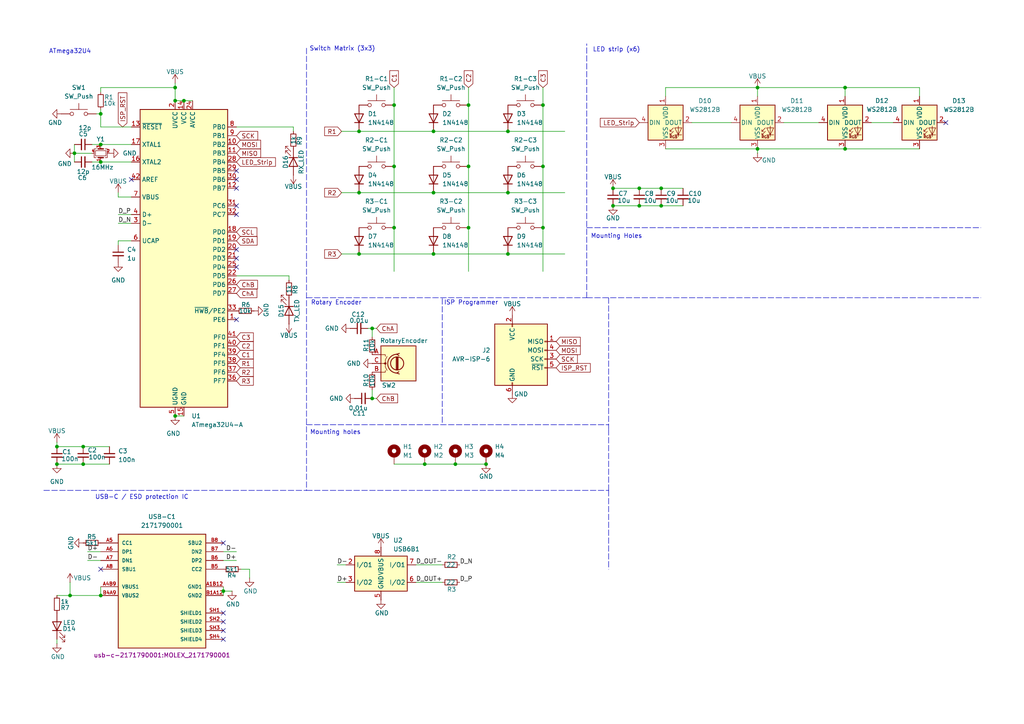
<source format=kicad_sch>
(kicad_sch (version 20231120) (generator "eeschema") (generator_version "8.0")
  (paper "A4")
  (lib_symbols
    (symbol "2171790001:2171790001" (pin_names (offset 1.016))
      (property "Reference" "J" (at -12.7 16.002 0))
      (property "Value" "2171790001" (at -12.7 -18.542 0))
      (symbol "2171790001_0_0"
        (pin power_in line (at 17.78 0 180) (length 5.08) (name "GND1") (number "A1B12"))
        (pin power_in line (at -17.78 0 0) (length 5.08) (name "VBUS1") (number "A4B9"))
        (pin bidirectional line (at -17.78 12.7 0) (length 5.08) (name "CC1") (number "A5"))
        (pin bidirectional line (at -17.78 10.16 0) (length 5.08) (name "DP1") (number "A6"))
        (pin bidirectional line (at -17.78 7.62 0) (length 5.08) (name "DN1") (number "A7"))
        (pin bidirectional line (at -17.78 5.08 0) (length 5.08) (name "SBU1") (number "A8"))
        (pin power_in line (at 17.78 -2.54 180) (length 5.08) (name "GND2") (number "B1A12"))
        (pin power_in line (at -17.78 -2.54 0) (length 5.08) (name "VBUS2") (number "B4A9"))
        (pin bidirectional line (at 17.78 5.08 180) (length 5.08) (name "CC2") (number "B5"))
        (pin bidirectional line (at 17.78 7.62 180) (length 5.08) (name "DP2") (number "B6"))
        (pin bidirectional line (at 17.78 10.16 180) (length 5.08) (name "DN2") (number "B7"))
        (pin bidirectional line (at 17.78 12.7 180) (length 5.08) (name "SBU2") (number "B8"))
        (pin passive line (at 17.78 -7.62 180) (length 5.08) (name "SHIELD1") (number "SH1"))
        (pin passive line (at 17.78 -10.16 180) (length 5.08) (name "SHIELD2") (number "SH2"))
        (pin passive line (at 17.78 -12.7 180) (length 5.08) (name "SHIELD3") (number "SH3"))
        (pin passive line (at 17.78 -15.24 180) (length 5.08) (name "SHIELD4") (number "SH4"))
      )
    )
    (symbol "Connector:AVR-ISP-6" (pin_names (offset 1.016))
      (property "Reference" "J" (at -6.35 11.43 0))
      (property "Value" "AVR-ISP-6" (at 0 11.43 0))
      (symbol "AVR-ISP-6_1_1"
        (pin passive line (at 10.16 5.08 180) (length 2.54) (name "MISO") (number "1"))
        (pin passive line (at -2.54 12.7 270) (length 2.54) (name "VCC") (number "2"))
        (pin passive line (at 10.16 0 180) (length 2.54) (name "SCK") (number "3"))
        (pin passive line (at 10.16 2.54 180) (length 2.54) (name "MOSI") (number "4"))
        (pin passive line (at 10.16 -2.54 180) (length 2.54) (name "~{RST}") (number "5"))
        (pin passive line (at -2.54 -10.16 90) (length 2.54) (name "GND") (number "6"))
      )
    )
    (symbol "Device:C_Small" (pin_numbers hide) (pin_names (offset 0.254) hide)
      (property "Reference" "C" (at 0.254 1.778 0))
      (property "Value" "C_Small" (at 0.254 -2.032 0))
      (symbol "C_Small_1_1"
        (pin passive line (at 0 2.54 270) (length 2.032) (name "~") (number "1"))
        (pin passive line (at 0 -2.54 90) (length 2.032) (name "~") (number "2"))
      )
    )
    (symbol "Device:Crystal_GND24_Small" (pin_names (offset 1.016) hide)
      (property "Reference" "Y" (at 1.27 4.445 0))
      (property "Value" "Crystal_GND24_Small" (at 1.27 2.54 0))
      (symbol "Crystal_GND24_Small_1_1"
        (pin passive line (at -2.54 0 0) (length 1.27) (name "1") (number "1"))
        (pin passive line (at 0 -2.54 90) (length 0.635) (name "2") (number "2"))
        (pin passive line (at 2.54 0 180) (length 1.27) (name "3") (number "3"))
        (pin passive line (at 0 2.54 270) (length 0.635) (name "4") (number "4"))
      )
    )
    (symbol "Device:D" (pin_numbers hide) (pin_names (offset 1.016) hide)
      (property "Reference" "D" (at 0 2.54 0))
      (property "Value" "D" (at 0 -2.54 0))
      (symbol "D_1_1"
        (pin passive line (at -3.81 0 0) (length 2.54) (name "K") (number "1"))
        (pin passive line (at 3.81 0 180) (length 2.54) (name "A") (number "2"))
      )
    )
    (symbol "Device:LED" (pin_numbers hide) (pin_names (offset 1.016) hide)
      (property "Reference" "D" (at 0 2.54 0))
      (property "Value" "LED" (at 0 -2.54 0))
      (symbol "LED_1_1"
        (pin passive line (at -3.81 0 0) (length 2.54) (name "K") (number "1"))
        (pin passive line (at 3.81 0 180) (length 2.54) (name "A") (number "2"))
      )
    )
    (symbol "Device:R_Small" (pin_numbers hide) (pin_names (offset 0.254) hide)
      (property "Reference" "R" (at 0.762 0.508 0))
      (property "Value" "R_Small" (at 0.762 -1.016 0))
      (symbol "R_Small_1_1"
        (pin passive line (at 0 2.54 270) (length 0.762) (name "~") (number "1"))
        (pin passive line (at 0 -2.54 90) (length 0.762) (name "~") (number "2"))
      )
    )
    (symbol "Device:RotaryEncoder" (pin_names (offset 0.254) hide)
      (property "Reference" "SW" (at 0 6.604 0))
      (property "Value" "RotaryEncoder" (at 0 -6.604 0))
      (symbol "RotaryEncoder_1_1"
        (pin passive line (at -7.62 2.54 0) (length 2.54) (name "A") (number "A"))
        (pin passive line (at -7.62 -2.54 0) (length 2.54) (name "B") (number "B"))
        (pin passive line (at -7.62 0 0) (length 2.54) (name "C") (number "C"))
      )
    )
    (symbol "LED:WS2812B" (pin_names (offset 0.254))
      (property "Reference" "D" (at 5.08 5.715 0))
      (property "Value" "WS2812B" (at 1.27 -5.715 0))
      (symbol "WS2812B_0_0"
        (text "RGB" (at 2.286 -4.191 0) (effects (font (size 0.762 0.762))))
      )
      (symbol "WS2812B_1_1"
        (pin power_in line (at 0 7.62 270) (length 2.54) (name "VDD") (number "1"))
        (pin output line (at 7.62 0 180) (length 2.54) (name "DOUT") (number "2"))
        (pin power_in line (at 0 -7.62 90) (length 2.54) (name "VSS") (number "3"))
        (pin input line (at -7.62 0 0) (length 2.54) (name "DIN") (number "4"))
      )
    )
    (symbol "MCU_Microchip_ATmega:ATmega32U4-A"
      (property "Reference" "U" (at -12.7 44.45 0))
      (property "Value" "ATmega32U4-A" (at 2.54 -44.45 0))
      (symbol "ATmega32U4-A_1_1"
        (pin bidirectional line (at 15.24 -17.78 180) (length 2.54) (name "PE6") (number "1"))
        (pin bidirectional line (at 15.24 33.02 180) (length 2.54) (name "PB2") (number "10"))
        (pin bidirectional line (at 15.24 30.48 180) (length 2.54) (name "PB3") (number "11"))
        (pin bidirectional line (at 15.24 20.32 180) (length 2.54) (name "PB7") (number "12"))
        (pin input line (at -15.24 38.1 0) (length 2.54) (name "~{RESET}") (number "13"))
        (pin power_in line (at 0 45.72 270) (length 2.54) (name "VCC") (number "14"))
        (pin power_in line (at 0 -45.72 90) (length 2.54) (name "GND") (number "15"))
        (pin output line (at -15.24 27.94 0) (length 2.54) (name "XTAL2") (number "16"))
        (pin input line (at -15.24 33.02 0) (length 2.54) (name "XTAL1") (number "17"))
        (pin bidirectional line (at 15.24 7.62 180) (length 2.54) (name "PD0") (number "18"))
        (pin bidirectional line (at 15.24 5.08 180) (length 2.54) (name "PD1") (number "19"))
        (pin power_in line (at -2.54 45.72 270) (length 2.54) (name "UVCC") (number "2"))
        (pin bidirectional line (at 15.24 2.54 180) (length 2.54) (name "PD2") (number "20"))
        (pin bidirectional line (at 15.24 0 180) (length 2.54) (name "PD3") (number "21"))
        (pin bidirectional line (at 15.24 -5.08 180) (length 2.54) (name "PD5") (number "22"))
        (pin passive line (at 0 -45.72 90) (length 2.54) hide (name "GND") (number "23"))
        (pin power_in line (at 2.54 45.72 270) (length 2.54) (name "AVCC") (number "24"))
        (pin bidirectional line (at 15.24 -2.54 180) (length 2.54) (name "PD4") (number "25"))
        (pin bidirectional line (at 15.24 -7.62 180) (length 2.54) (name "PD6") (number "26"))
        (pin bidirectional line (at 15.24 -10.16 180) (length 2.54) (name "PD7") (number "27"))
        (pin bidirectional line (at 15.24 27.94 180) (length 2.54) (name "PB4") (number "28"))
        (pin bidirectional line (at 15.24 25.4 180) (length 2.54) (name "PB5") (number "29"))
        (pin bidirectional line (at -15.24 10.16 0) (length 2.54) (name "D-") (number "3"))
        (pin bidirectional line (at 15.24 22.86 180) (length 2.54) (name "PB6") (number "30"))
        (pin bidirectional line (at 15.24 15.24 180) (length 2.54) (name "PC6") (number "31"))
        (pin bidirectional line (at 15.24 12.7 180) (length 2.54) (name "PC7") (number "32"))
        (pin bidirectional line (at 15.24 -15.24 180) (length 2.54) (name "~{HWB}/PE2") (number "33"))
        (pin passive line (at 0 45.72 270) (length 2.54) hide (name "VCC") (number "34"))
        (pin passive line (at 0 -45.72 90) (length 2.54) hide (name "GND") (number "35"))
        (pin bidirectional line (at 15.24 -35.56 180) (length 2.54) (name "PF7") (number "36"))
        (pin bidirectional line (at 15.24 -33.02 180) (length 2.54) (name "PF6") (number "37"))
        (pin bidirectional line (at 15.24 -30.48 180) (length 2.54) (name "PF5") (number "38"))
        (pin bidirectional line (at 15.24 -27.94 180) (length 2.54) (name "PF4") (number "39"))
        (pin bidirectional line (at -15.24 12.7 0) (length 2.54) (name "D+") (number "4"))
        (pin bidirectional line (at 15.24 -25.4 180) (length 2.54) (name "PF1") (number "40"))
        (pin bidirectional line (at 15.24 -22.86 180) (length 2.54) (name "PF0") (number "41"))
        (pin passive line (at -15.24 22.86 0) (length 2.54) (name "AREF") (number "42"))
        (pin passive line (at 0 -45.72 90) (length 2.54) hide (name "GND") (number "43"))
        (pin passive line (at 2.54 45.72 270) (length 2.54) hide (name "AVCC") (number "44"))
        (pin passive line (at -2.54 -45.72 90) (length 2.54) (name "UGND") (number "5"))
        (pin passive line (at -15.24 5.08 0) (length 2.54) (name "UCAP") (number "6"))
        (pin input line (at -15.24 17.78 0) (length 2.54) (name "VBUS") (number "7"))
        (pin bidirectional line (at 15.24 38.1 180) (length 2.54) (name "PB0") (number "8"))
        (pin bidirectional line (at 15.24 35.56 180) (length 2.54) (name "PB1") (number "9"))
      )
    )
    (symbol "Mechanical:MountingHole_Pad" (pin_numbers hide) (pin_names (offset 1.016) hide) (exclude_from_sim yes) (in_bom no)
      (property "Reference" "H" (at 0 6.35 0))
      (property "Value" "MountingHole_Pad" (at 0 4.445 0))
      (symbol "MountingHole_Pad_1_1"
        (pin input line (at 0 -2.54 90) (length 2.54) (name "1") (number "1"))
      )
    )
    (symbol "Power_Protection:USB6B1"
      (property "Reference" "U" (at 6.35 6.35 0))
      (property "Value" "USB6B1" (at 5.08 -6.35 0))
      (symbol "USB6B1_1_1"
        (pin passive line (at 0 7.62 270) (length 2.54) hide (name "VBUS") (number "1"))
        (pin passive line (at -10.16 2.54 0) (length 2.54) (name "I/O1") (number "2"))
        (pin passive line (at -10.16 -2.54 0) (length 2.54) (name "I/O2") (number "3"))
        (pin passive line (at 0 -7.62 90) (length 2.54) hide (name "GND") (number "4"))
        (pin passive line (at 0 -7.62 90) (length 2.54) (name "GND") (number "5"))
        (pin passive line (at 10.16 -2.54 180) (length 2.54) (name "I/O2") (number "6"))
        (pin passive line (at 10.16 2.54 180) (length 2.54) (name "I/O1") (number "7"))
        (pin passive line (at 0 7.62 270) (length 2.54) (name "VBUS") (number "8"))
      )
    )
    (symbol "Switch:SW_Push" (pin_numbers hide) (pin_names (offset 1.016) hide)
      (property "Reference" "SW" (at 1.27 2.54 0))
      (property "Value" "SW_Push" (at 0 -1.524 0))
      (symbol "SW_Push_0_1"
        (pin passive line (at -5.08 0 0) (length 2.54) (name "1") (number "1"))
        (pin passive line (at 5.08 0 180) (length 2.54) (name "2") (number "2"))
      )
    )
    (symbol "power:GND" (power) (pin_numbers hide) (pin_names (offset 0) hide)
      (property "Value" "GND" (at 0 -3.81 0))
      (symbol "GND_1_1"
        (pin power_in line (at 0 0 270) (length 0) (name "~") (number "1"))
      )
    )
    (symbol "power:VBUS" (power) (pin_numbers hide) (pin_names (offset 0) hide)
      (property "Value" "VBUS" (at 0 3.556 0))
      (symbol "VBUS_1_1"
        (pin power_in line (at 0 0 90) (length 0) (name "~") (number "1"))
      )
    )
  )
  (junction (at 219.71 25.4))
  (junction (at 125.73 38.1))
  (junction (at 21.59 44.45))
  (junction (at 64.77 171.45))
  (junction (at 107.95 95.25))
  (junction (at 16.51 129.54))
  (junction (at 29.21 172.72))
  (junction (at 114.3 30.48))
  (junction (at 107.95 115.57))
  (junction (at 125.73 73.66))
  (junction (at 177.8 59.69))
  (junction (at 135.89 30.48))
  (junction (at 50.8 25.4))
  (junction (at 29.21 46.99))
  (junction (at 157.48 48.26))
  (junction (at 104.14 55.88))
  (junction (at 191.77 54.61))
  (junction (at 24.13 134.62))
  (junction (at 29.21 33.02))
  (junction (at 104.14 38.1))
  (junction (at 53.34 29.21))
  (junction (at 24.13 129.54))
  (junction (at 191.77 59.69))
  (junction (at 147.32 38.1))
  (junction (at 50.8 120.65))
  (junction (at 219.71 43.18))
  (junction (at 147.32 55.88))
  (junction (at 114.3 66.04))
  (junction (at 185.42 59.69))
  (junction (at 135.89 48.26))
  (junction (at 16.51 134.62))
  (junction (at 104.14 73.66))
  (junction (at 185.42 54.61))
  (junction (at 177.8 54.61))
  (junction (at 29.21 41.91))
  (junction (at 20.32 172.72))
  (junction (at 245.11 25.4))
  (junction (at 50.8 29.21))
  (junction (at 135.89 66.04))
  (junction (at 114.3 48.26))
  (junction (at 245.11 43.18))
  (junction (at 157.48 30.48))
  (junction (at 157.48 66.04))
  (junction (at 132.08 134.62))
  (junction (at 147.32 73.66))
  (junction (at 125.73 55.88))
  (junction (at 123.19 134.62))
  (junction (at 140.97 134.62))
  (no_connect (at 68.58 52.07))
  (no_connect (at 68.58 49.53))
  (no_connect (at 64.77 185.42))
  (no_connect (at 38.1 52.07))
  (no_connect (at 274.32 35.56))
  (no_connect (at 29.21 165.1))
  (no_connect (at 64.77 180.34))
  (no_connect (at 64.77 177.8))
  (no_connect (at 64.77 182.88))
  (no_connect (at 68.58 77.47))
  (no_connect (at 68.58 59.69))
  (no_connect (at 68.58 62.23))
  (no_connect (at 68.58 72.39))
  (no_connect (at 64.77 157.48))
  (no_connect (at 68.58 92.71))
  (no_connect (at 68.58 54.61))
  (no_connect (at 68.58 74.93))
  (wire (pts (xy 26.67 46.99) (xy 29.21 46.99)))
  (wire (pts (xy 34.29 62.23) (xy 38.1 62.23)))
  (wire (pts (xy 99.06 73.66) (xy 104.14 73.66)))
  (wire (pts (xy 157.48 66.04) (xy 157.48 78.74)))
  (wire (pts (xy 68.58 36.83) (xy 85.09 36.83)))
  (wire (pts (xy 147.32 38.1) (xy 163.83 38.1)))
  (wire (pts (xy 29.21 162.56) (xy 25.4 162.56)))
  (wire (pts (xy 114.3 48.26) (xy 114.3 66.04)))
  (polyline (pts (xy 170.18 86.36) (xy 284.48 86.36)) (stroke (width 0) (type dash)))
  (wire (pts (xy 245.11 25.4) (xy 266.7 25.4)))
  (wire (pts (xy 29.21 46.99) (xy 38.1 46.99)))
  (wire (pts (xy 125.73 55.88) (xy 147.32 55.88)))
  (wire (pts (xy 21.59 41.91) (xy 21.59 44.45)))
  (wire (pts (xy 38.1 69.85) (xy 34.29 69.85)))
  (wire (pts (xy 29.21 160.02) (xy 25.4 160.02)))
  (wire (pts (xy 135.89 48.26) (xy 135.89 66.04)))
  (wire (pts (xy 109.22 95.25) (xy 107.95 95.25)))
  (wire (pts (xy 29.21 33.02) (xy 29.21 36.83)))
  (wire (pts (xy 120.65 168.91) (xy 128.27 168.91)))
  (wire (pts (xy 104.14 73.66) (xy 125.73 73.66)))
  (wire (pts (xy 125.73 38.1) (xy 147.32 38.1)))
  (wire (pts (xy 157.48 25.4) (xy 157.48 30.48)))
  (wire (pts (xy 64.77 171.45) (xy 67.31 171.45)))
  (wire (pts (xy 191.77 54.61) (xy 198.12 54.61)))
  (wire (pts (xy 185.42 59.69) (xy 191.77 59.69)))
  (wire (pts (xy 50.8 29.21) (xy 53.34 29.21)))
  (wire (pts (xy 107.95 95.25) (xy 107.95 97.79)))
  (wire (pts (xy 29.21 25.4) (xy 29.21 26.67)))
  (wire (pts (xy 20.32 168.91) (xy 20.32 172.72)))
  (polyline (pts (xy 88.9 142.24) (xy 176.53 142.24)) (stroke (width 0) (type dash)))
  (wire (pts (xy 83.82 80.01) (xy 68.58 80.01)))
  (wire (pts (xy 125.73 73.66) (xy 147.32 73.66)))
  (wire (pts (xy 135.89 30.48) (xy 135.89 48.26)))
  (polyline (pts (xy 170.18 66.04) (xy 284.48 66.04)) (stroke (width 0) (type dash)))
  (wire (pts (xy 114.3 66.04) (xy 114.3 78.74)))
  (polyline (pts (xy 88.9 13.97) (xy 88.9 142.24)) (stroke (width 0) (type dash)))
  (wire (pts (xy 114.3 30.48) (xy 114.3 48.26)))
  (wire (pts (xy 114.3 134.62) (xy 123.19 134.62)))
  (wire (pts (xy 72.39 165.1) (xy 72.39 167.64)))
  (wire (pts (xy 64.77 162.56) (xy 68.58 162.56)))
  (wire (pts (xy 29.21 41.91) (xy 38.1 41.91)))
  (wire (pts (xy 21.59 44.45) (xy 21.59 46.99)))
  (wire (pts (xy 26.67 41.91) (xy 29.21 41.91)))
  (wire (pts (xy 50.8 25.4) (xy 29.21 25.4)))
  (polyline (pts (xy 176.53 123.19) (xy 176.53 124.46)) (stroke (width 0) (type dash)))
  (wire (pts (xy 21.59 44.45) (xy 26.67 44.45)))
  (wire (pts (xy 97.79 163.83) (xy 100.33 163.83)))
  (wire (pts (xy 69.85 165.1) (xy 72.39 165.1)))
  (wire (pts (xy 107.95 115.57) (xy 107.95 113.03)))
  (wire (pts (xy 120.65 163.83) (xy 128.27 163.83)))
  (polyline (pts (xy 128.27 122.555) (xy 128.27 86.36)) (stroke (width 0) (type dash)))
  (wire (pts (xy 34.29 69.85) (xy 34.29 71.12)))
  (polyline (pts (xy 88.9 123.19) (xy 176.53 123.19)) (stroke (width 0) (type dash)))
  (wire (pts (xy 24.13 129.54) (xy 16.51 129.54)))
  (wire (pts (xy 16.51 186.69) (xy 16.51 185.42)))
  (wire (pts (xy 135.89 25.4) (xy 135.89 30.48)))
  (wire (pts (xy 219.71 25.4) (xy 219.71 27.94)))
  (wire (pts (xy 29.21 170.18) (xy 29.21 172.72)))
  (wire (pts (xy 27.94 33.02) (xy 29.21 33.02)))
  (wire (pts (xy 157.48 48.26) (xy 157.48 66.04)))
  (wire (pts (xy 200.66 35.56) (xy 212.09 35.56)))
  (wire (pts (xy 64.77 171.45) (xy 64.77 172.72)))
  (wire (pts (xy 227.33 35.56) (xy 237.49 35.56)))
  (wire (pts (xy 53.34 29.21) (xy 55.88 29.21)))
  (wire (pts (xy 185.42 54.61) (xy 191.77 54.61)))
  (wire (pts (xy 245.11 25.4) (xy 245.11 27.94)))
  (wire (pts (xy 50.8 120.65) (xy 53.34 120.65)))
  (wire (pts (xy 29.21 172.72) (xy 20.32 172.72)))
  (wire (pts (xy 193.04 25.4) (xy 219.71 25.4)))
  (wire (pts (xy 99.06 38.1) (xy 104.14 38.1)))
  (polyline (pts (xy 176.53 142.24) (xy 176.53 124.46)) (stroke (width 0) (type dash)))
  (wire (pts (xy 193.04 25.4) (xy 193.04 27.94)))
  (polyline (pts (xy 12.7 142.24) (xy 88.9 142.24)) (stroke (width 0) (type dash)))
  (wire (pts (xy 50.8 25.4) (xy 50.8 29.21)))
  (wire (pts (xy 147.32 55.88) (xy 163.83 55.88)))
  (wire (pts (xy 219.71 43.18) (xy 219.71 44.45)))
  (wire (pts (xy 245.11 43.18) (xy 266.7 43.18)))
  (wire (pts (xy 193.04 43.18) (xy 219.71 43.18)))
  (wire (pts (xy 97.79 168.91) (xy 100.33 168.91)))
  (wire (pts (xy 16.51 134.62) (xy 24.13 134.62)))
  (wire (pts (xy 83.82 80.01) (xy 83.82 81.28)))
  (wire (pts (xy 64.77 160.02) (xy 68.58 160.02)))
  (wire (pts (xy 85.09 36.83) (xy 85.09 38.1)))
  (wire (pts (xy 20.32 172.72) (xy 16.51 172.72)))
  (wire (pts (xy 157.48 30.48) (xy 157.48 48.26)))
  (wire (pts (xy 31.75 129.54) (xy 24.13 129.54)))
  (wire (pts (xy 29.21 36.83) (xy 38.1 36.83)))
  (polyline (pts (xy 176.53 142.24) (xy 176.53 165.1)) (stroke (width 0) (type dash)))
  (polyline (pts (xy 176.53 86.36) (xy 176.53 123.19)) (stroke (width 0) (type dash)))
  (wire (pts (xy 107.95 95.25) (xy 106.68 95.25)))
  (wire (pts (xy 266.7 27.94) (xy 266.7 25.4)))
  (wire (pts (xy 177.8 54.61) (xy 185.42 54.61)))
  (wire (pts (xy 177.8 59.69) (xy 185.42 59.69)))
  (wire (pts (xy 191.77 59.69) (xy 198.12 59.69)))
  (wire (pts (xy 50.8 24.13) (xy 50.8 25.4)))
  (wire (pts (xy 99.06 55.88) (xy 104.14 55.88)))
  (wire (pts (xy 132.08 134.62) (xy 140.97 134.62)))
  (wire (pts (xy 34.29 64.77) (xy 38.1 64.77)))
  (wire (pts (xy 219.71 25.4) (xy 245.11 25.4)))
  (wire (pts (xy 34.29 55.88) (xy 34.29 57.15)))
  (wire (pts (xy 114.3 25.4) (xy 114.3 30.48)))
  (wire (pts (xy 109.22 115.57) (xy 107.95 115.57)))
  (wire (pts (xy 104.14 38.1) (xy 125.73 38.1)))
  (polyline (pts (xy 170.18 86.36) (xy 170.18 12.7)) (stroke (width 0) (type dash)))
  (wire (pts (xy 259.08 35.56) (xy 252.73 35.56)))
  (wire (pts (xy 24.13 134.62) (xy 31.75 134.62)))
  (wire (pts (xy 219.71 43.18) (xy 245.11 43.18)))
  (wire (pts (xy 38.1 57.15) (xy 34.29 57.15)))
  (polyline (pts (xy 88.9 86.36) (xy 170.18 86.36)) (stroke (width 0) (type dash)))
  (wire (pts (xy 16.51 128.27) (xy 16.51 129.54)))
  (wire (pts (xy 29.21 31.75) (xy 29.21 33.02)))
  (wire (pts (xy 123.19 134.62) (xy 132.08 134.62)))
  (wire (pts (xy 64.77 170.18) (xy 64.77 171.45)))
  (wire (pts (xy 147.32 73.66) (xy 163.83 73.66)))
  (wire (pts (xy 104.14 55.88) (xy 125.73 55.88)))
  (wire (pts (xy 135.89 66.04) (xy 135.89 78.74)))
  (text "ATmega32U4" (at 20.32 14.986 0) (effects (font (size 1.27 1.27))))
  (text "USB-C / ESD protection IC" (at 41.148 144.272 0) (effects (font (size 1.27 1.27))))
  (text "Mounting holes" (at 97.282 125.476 0) (effects (font (size 1.27 1.27))))
  (text "LED strip (x6)" (at 178.816 14.478 0) (effects (font (size 1.27 1.27))))
  (text "ISP Programmer" (at 136.652 87.884 0) (effects (font (size 1.27 1.27))))
  (text "Rotary Encoder" (at 97.536 87.884 0) (effects (font (size 1.27 1.27))))
  (text "Mounting Holes" (at 178.816 68.58 0) (effects (font (size 1.27 1.27))))
  (text "Switch Matrix (3x3)" (at 99.314 14.224 0) (effects (font (size 1.27 1.27))))
  (label "D_N" (at 133.35 163.83 0))
  (label "D-" (at 97.79 163.83 0))
  (label "D_OUT-" (at 120.65 163.83 0))
  (label "D+" (at 68.58 162.56 180))
  (label "D+" (at 97.79 168.91 0))
  (label "D_OUT+" (at 120.65 168.91 0))
  (label "D_P" (at 34.29 62.23 0))
  (label "D-" (at 25.4 162.56 0))
  (label "D+" (at 25.4 160.02 0))
  (label "D_N" (at 34.29 64.77 0))
  (label "D-" (at 68.58 160.02 180))
  (label "D_P" (at 133.35 168.91 0))
  (global_label "SDA" (shape input) (at 68.58 69.85 0) (property "Intersheetrefs" "${INTERSHEET_REFS}" (effects (hide yes))))
  (global_label "MOSI" (shape input) (at 161.29 101.6 0) (property "Intersheetrefs" "${INTERSHEET_REFS}" (effects (hide yes))))
  (global_label "R2" (shape input) (at 68.58 107.95 0) (property "Intersheetrefs" "${INTERSHEET_REFS}" (effects (hide yes))))
  (global_label "ChB" (shape input) (at 68.58 82.55 0) (property "Intersheetrefs" "${INTERSHEET_REFS}" (effects (hide yes))))
  (global_label "C2" (shape input) (at 68.58 100.33 0) (property "Intersheetrefs" "${INTERSHEET_REFS}" (effects (hide yes))))
  (global_label "R1" (shape input) (at 68.58 105.41 0) (property "Intersheetrefs" "${INTERSHEET_REFS}" (effects (hide yes))))
  (global_label "SCK" (shape input) (at 161.29 104.14 0) (property "Intersheetrefs" "${INTERSHEET_REFS}" (effects (hide yes))))
  (global_label "R3" (shape input) (at 68.58 110.49 0) (property "Intersheetrefs" "${INTERSHEET_REFS}" (effects (hide yes))))
  (global_label "ChA" (shape input) (at 68.58 85.09 0) (property "Intersheetrefs" "${INTERSHEET_REFS}" (effects (hide yes))))
  (global_label "ISP_RST" (shape input) (at 35.56 36.83 90) (property "Intersheetrefs" "${INTERSHEET_REFS}" (effects (hide yes))))
  (global_label "C1" (shape input) (at 68.58 102.87 0) (property "Intersheetrefs" "${INTERSHEET_REFS}" (effects (hide yes))))
  (global_label "ISP_RST" (shape input) (at 161.29 106.68 0) (property "Intersheetrefs" "${INTERSHEET_REFS}" (effects (hide yes))))
  (global_label "R3" (shape input) (at 99.06 73.66 180) (property "Intersheetrefs" "${INTERSHEET_REFS}" (effects (hide yes))))
  (global_label "MISO" (shape input) (at 68.58 44.45 0) (property "Intersheetrefs" "${INTERSHEET_REFS}" (effects (hide yes))))
  (global_label "ChA" (shape input) (at 109.22 95.25 0) (property "Intersheetrefs" "${INTERSHEET_REFS}" (effects (hide yes))))
  (global_label "LED_Strip" (shape input) (at 68.58 46.99 0) (property "Intersheetrefs" "${INTERSHEET_REFS}" (effects (hide yes))))
  (global_label "C3" (shape input) (at 157.48 25.4 90) (property "Intersheetrefs" "${INTERSHEET_REFS}" (effects (hide yes))))
  (global_label "MISO" (shape input) (at 161.29 99.06 0) (property "Intersheetrefs" "${INTERSHEET_REFS}" (effects (hide yes))))
  (global_label "MOSI" (shape input) (at 68.58 41.91 0) (property "Intersheetrefs" "${INTERSHEET_REFS}" (effects (hide yes))))
  (global_label "ChB" (shape input) (at 109.22 115.57 0) (property "Intersheetrefs" "${INTERSHEET_REFS}" (effects (hide yes))))
  (global_label "R2" (shape input) (at 99.06 55.88 180) (property "Intersheetrefs" "${INTERSHEET_REFS}" (effects (hide yes))))
  (global_label "LED_Strip" (shape input) (at 185.42 35.56 180) (property "Intersheetrefs" "${INTERSHEET_REFS}" (effects (hide yes))))
  (global_label "C3" (shape input) (at 68.58 97.79 0) (property "Intersheetrefs" "${INTERSHEET_REFS}" (effects (hide yes))))
  (global_label "C2" (shape input) (at 135.89 25.4 90) (property "Intersheetrefs" "${INTERSHEET_REFS}" (effects (hide yes))))
  (global_label "R1" (shape input) (at 99.06 38.1 180) (property "Intersheetrefs" "${INTERSHEET_REFS}" (effects (hide yes))))
  (global_label "SCK" (shape input) (at 68.58 39.37 0) (property "Intersheetrefs" "${INTERSHEET_REFS}" (effects (hide yes))))
  (global_label "SCL" (shape input) (at 68.58 67.31 0) (property "Intersheetrefs" "${INTERSHEET_REFS}" (effects (hide yes))))
  (global_label "C1" (shape input) (at 114.3 25.4 90) (property "Intersheetrefs" "${INTERSHEET_REFS}" (effects (hide yes))))
  (symbol (lib_id "Device:C_Small") (at 34.29 73.66 0) (unit 1)
    (property "Reference" "C4" (at 36.83 72.3962 0) (effects (justify left)))
    (property "Value" "1u" (at 36.83 74.9362 0) (effects (justify left)))
    (property "Footprint" "Capacitor_SMD:C_0603_1608Metric" (effects (hide yes)))
    (property "Description" "Unpolarized capacitor, small symbol" (effects (hide yes)))
  )
  (symbol (lib_id "LED:WS2812B") (at 266.7 35.56 0) (unit 1)
    (property "Reference" "D13" (at 278.13 29.2414 0))
    (property "Value" "WS2812B" (at 278.13 31.7814 0))
    (property "Footprint" "LED_SMD:LED_WS2812B_PLCC4_5.0x5.0mm_P3.2mm" (effects (hide yes)))
    (property "Datasheet" "https://cdn-shop.adafruit.com/datasheets/WS2812B.pdf" (effects (hide yes)))
    (property "Description" "RGB LED with integrated controller" (effects (hide yes)))
  )
  (symbol (lib_id "Device:D") (at 147.32 34.29 90) (unit 1)
    (property "Reference" "D3" (at 149.86 33.0199 90) (effects (justify right)))
    (property "Value" "1N4148" (at 149.86 35.5599 90) (effects (justify right)))
    (property "Footprint" "Diode_SMD:D_SOD-123" (effects (hide yes)))
    (property "Description" "Small signal diode, Vf ≈ 0.7V, 100V reverse voltage, 300mA forward current " (effects (hide yes)))
    (property "Sim.Device" "D" (effects (hide yes)))
    (property "Sim.Pins" "1=K 2=A" (effects (hide yes)))
  )
  (symbol (lib_id "Device:R_Small") (at 29.21 29.21 0) (unit 1)
    (property "Reference" "R1" (at 30.226 28.194 0) (effects (justify left)))
    (property "Value" "10k" (at 29.972 29.972 0) (effects (justify left)))
    (property "Footprint" "Resistor_SMD:R_1206_3216Metric" (effects (hide yes)))
    (property "Description" "Resistor, small symbol" (effects (hide yes)))
  )
  (symbol (lib_id "power:GND") (at 16.51 134.62 0) (unit 1)
    (property "Reference" "#PWR04" (effects (hide yes)))
    (property "Value" "GND" (at 16.51 139.7 0))
    (property "Description" "Power symbol creates a global label with name \"GND\" , ground" (effects (hide yes)))
  )
  (symbol (lib_id "power:GND") (at 72.39 167.64 0) (unit 1)
    (property "Reference" "#PWR012" (effects (hide yes)))
    (property "Value" "GND" (at 72.644 171.45 0))
    (property "Description" "Power symbol creates a global label with name \"GND\" , ground" (effects (hide yes)))
  )
  (symbol (lib_id "power:GND") (at 24.13 157.48 270) (unit 1)
    (property "Reference" "#PWR016" (effects (hide yes)))
    (property "Value" "GND" (at 20.574 157.48 0))
    (property "Description" "Power symbol creates a global label with name \"GND\" , ground" (effects (hide yes)))
  )
  (symbol (lib_id "power:VBUS") (at 34.29 55.88 0) (unit 1)
    (property "Reference" "#PWR09" (effects (hide yes)))
    (property "Value" "VBUS" (at 34.29 52.578 0))
    (property "Description" "Power symbol creates a global label with name \"VBUS\"" (effects (hide yes)))
  )
  (symbol (lib_id "Device:D") (at 125.73 69.85 90) (unit 1)
    (property "Reference" "D8" (at 128.27 68.5799 90) (effects (justify right)))
    (property "Value" "1N4148" (at 128.27 71.1199 90) (effects (justify right)))
    (property "Footprint" "Diode_SMD:D_SOD-123" (effects (hide yes)))
    (property "Description" "Small signal diode, Vf ≈ 0.7V, 100V reverse voltage, 300mA forward current " (effects (hide yes)))
    (property "Sim.Device" "D" (effects (hide yes)))
    (property "Sim.Pins" "1=K 2=A" (effects (hide yes)))
  )
  (symbol (lib_id "Device:D") (at 104.14 34.29 90) (unit 1)
    (property "Reference" "D1" (at 106.68 33.0199 90) (effects (justify right)))
    (property "Value" "1N4148" (at 106.68 35.5599 90) (effects (justify right)))
    (property "Footprint" "Diode_SMD:D_SOD-123" (effects (hide yes)))
    (property "Description" "Small signal diode, Vf ≈ 0.7V, 100V reverse voltage, 300mA forward current " (effects (hide yes)))
    (property "Sim.Device" "D" (effects (hide yes)))
    (property "Sim.Pins" "1=K 2=A" (effects (hide yes)))
  )
  (symbol (lib_id "power:GND") (at 50.8 120.65 0) (unit 1)
    (property "Reference" "#PWR07" (effects (hide yes)))
    (property "Value" "GND" (at 50.292 125.73 0))
    (property "Description" "Power symbol creates a global label with name \"GND\" , ground" (effects (hide yes)))
  )
  (symbol (lib_id "Mechanical:MountingHole_Pad") (at 140.97 132.08 0) (unit 1) (exclude_from_sim yes) (in_bom no)
    (property "Reference" "H4" (at 143.51 129.5399 0) (effects (justify left)))
    (property "Value" "M4" (at 143.51 132.0799 0) (effects (justify left)))
    (property "Footprint" "MountingHole:MountingHole_3.2mm_M3_Pad_Via" (effects (hide yes)))
    (property "Description" "Mounting Hole with connection" (effects (hide yes)))
  )
  (symbol (lib_id "power:VBUS") (at 148.59 91.44 0) (unit 1)
    (property "Reference" "#PWR026" (effects (hide yes)))
    (property "Value" "VBUS" (at 148.59 88.138 0))
    (property "Description" "Power symbol creates a global label with name \"VBUS\"" (effects (hide yes)))
  )
  (symbol (lib_id "power:GND") (at 102.87 115.57 270) (unit 1)
    (property "Reference" "#PWR08" (effects (hide yes)))
    (property "Value" "GND" (at 97.536 115.57 90))
    (property "Description" "Power symbol creates a global label with name \"GND\" , ground" (effects (hide yes)))
  )
  (symbol (lib_id "power:GND") (at 67.31 171.45 0) (unit 1)
    (property "Reference" "#PWR010" (effects (hide yes)))
    (property "Value" "GND" (at 67.564 175.26 0))
    (property "Description" "Power symbol creates a global label with name \"GND\" , ground" (effects (hide yes)))
  )
  (symbol (lib_id "power:GND") (at 73.66 90.17 90) (unit 1)
    (property "Reference" "#PWR030" (effects (hide yes)))
    (property "Value" "GND" (at 77.216 89.916 0))
    (property "Description" "Power symbol creates a global label with name \"GND\" , ground" (effects (hide yes)))
  )
  (symbol (lib_id "Device:C_Small") (at 31.75 132.08 0) (unit 1)
    (property "Reference" "C3" (at 34.29 130.8162 0) (effects (justify left)))
    (property "Value" "100n" (at 34.29 133.3562 0) (effects (justify left)))
    (property "Footprint" "Capacitor_SMD:C_0603_1608Metric" (effects (hide yes)))
    (property "Description" "Unpolarized capacitor, small symbol" (effects (hide yes)))
  )
  (symbol (lib_id "power:GND") (at 16.51 186.69 0) (unit 1)
    (property "Reference" "#PWR015" (effects (hide yes)))
    (property "Value" "GND" (at 16.764 190.5 0))
    (property "Description" "Power symbol creates a global label with name \"GND\" , ground" (effects (hide yes)))
  )
  (symbol (lib_id "Device:LED") (at 83.82 90.17 270) (unit 1)
    (property "Reference" "D15" (at 81.534 90.17 0))
    (property "Value" "TX_LED" (at 86.106 90.17 0))
    (property "Footprint" "LED_SMD:LED_1206_3216Metric" (effects (hide yes)))
    (property "Description" "Yellow Light emitting diode" (effects (hide yes)))
  )
  (symbol (lib_id "Device:C_Small") (at 177.8 57.15 0) (unit 1)
    (property "Reference" "C7" (at 179.324 56.134 0) (effects (justify left)))
    (property "Value" "10u" (at 179.07 58.166 0) (effects (justify left)))
    (property "Footprint" "Capacitor_SMD:C_0603_1608Metric" (effects (hide yes)))
    (property "Description" "Unpolarized capacitor, small symbol" (effects (hide yes)))
  )
  (symbol (lib_id "Device:R_Small") (at 26.67 157.48 90) (unit 1)
    (property "Reference" "R5" (at 27.94 155.702 90) (effects (justify left)))
    (property "Value" "5k1" (at 28.448 157.48 90) (effects (justify left)))
    (property "Footprint" "Resistor_SMD:R_0603_1608Metric" (effects (hide yes)))
    (property "Description" "Resistor, small symbol" (effects (hide yes)))
  )
  (symbol (lib_id "Switch:SW_Push") (at 109.22 66.04 0) (unit 1)
    (property "Reference" "R3-C1" (at 109.22 58.42 0))
    (property "Value" "SW_Push" (at 109.22 60.96 0))
    (property "Footprint" "Switch_Keyboard_Hotswap_Kailh:SW_Hotswap_Kailh_MX_1.00u" (effects (hide yes)))
    (property "Description" "Push button switch, generic, two pins" (effects (hide yes)))
  )
  (symbol (lib_id "Switch:SW_Push") (at 152.4 30.48 0) (unit 1)
    (property "Reference" "R1-C3" (at 152.4 22.86 0))
    (property "Value" "SW_Push" (at 152.4 25.4 0))
    (property "Footprint" "Switch_Keyboard_Hotswap_Kailh:SW_Hotswap_Kailh_MX_1.00u" (effects (hide yes)))
    (property "Description" "Push button switch, generic, two pins" (effects (hide yes)))
  )
  (symbol (lib_id "Device:R_Small") (at 67.31 165.1 90) (unit 1)
    (property "Reference" "R4" (at 68.58 166.878 90) (effects (justify left)))
    (property "Value" "5k1" (at 69.088 165.1 90) (effects (justify left)))
    (property "Footprint" "Resistor_SMD:R_0603_1608Metric" (effects (hide yes)))
    (property "Description" "Resistor, small symbol" (effects (hide yes)))
  )
  (symbol (lib_id "power:GND") (at 148.59 114.3 0) (unit 1)
    (property "Reference" "#PWR018" (effects (hide yes)))
    (property "Value" "GND" (at 151.13 114.3 0))
    (property "Description" "Power symbol creates a global label with name \"GND\" , ground" (effects (hide yes)))
  )
  (symbol (lib_id "Device:R_Small") (at 85.09 40.64 0) (unit 1)
    (property "Reference" "R9" (at 86.868 42.164 90) (effects (justify left)))
    (property "Value" "1k" (at 85.09 41.91 90) (effects (justify left)))
    (property "Footprint" "Resistor_SMD:R_1206_3216Metric" (effects (hide yes)))
    (property "Description" "Resistor, small symbol" (effects (hide yes)))
  )
  (symbol (lib_id "power:GND") (at 110.49 173.99 0) (unit 1)
    (property "Reference" "#PWR014" (effects (hide yes)))
    (property "Value" "GND" (at 110.744 177.8 0))
    (property "Description" "Power symbol creates a global label with name \"GND\" , ground" (effects (hide yes)))
  )
  (symbol (lib_id "Device:RotaryEncoder") (at 115.57 105.41 0) (unit 1)
    (property "Reference" "SW2" (at 110.744 111.76 0) (effects (justify left)))
    (property "Value" "RotaryEncoder" (at 110.236 98.806 0) (effects (justify left)))
    (property "Footprint" "EX_Rotary_Encoder:PEC12R-4XXXF-NXXXX_BRN" (effects (hide yes)))
    (property "Description" "Rotary encoder, dual channel, incremental quadrate outputs" (effects (hide yes)))
  )
  (symbol (lib_id "Mechanical:MountingHole_Pad") (at 114.3 132.08 0) (unit 1) (exclude_from_sim yes) (in_bom no)
    (property "Reference" "H1" (at 116.84 129.5399 0) (effects (justify left)))
    (property "Value" "M1" (at 116.84 132.0799 0) (effects (justify left)))
    (property "Footprint" "MountingHole:MountingHole_3.2mm_M3_Pad_Via" (effects (hide yes)))
    (property "Description" "Mounting Hole with connection" (effects (hide yes)))
  )
  (symbol (lib_id "Switch:SW_Push") (at 130.81 66.04 0) (unit 1)
    (property "Reference" "R3-C2" (at 130.81 58.42 0))
    (property "Value" "SW_Push" (at 130.81 60.96 0))
    (property "Footprint" "Switch_Keyboard_Hotswap_Kailh:SW_Hotswap_Kailh_MX_1.00u" (effects (hide yes)))
    (property "Description" "Push button switch, generic, two pins" (effects (hide yes)))
  )
  (symbol (lib_id "Device:D") (at 147.32 69.85 90) (unit 1)
    (property "Reference" "D9" (at 149.86 68.5799 90) (effects (justify right)))
    (property "Value" "1N4148" (at 149.86 71.1199 90) (effects (justify right)))
    (property "Footprint" "Diode_SMD:D_SOD-123" (effects (hide yes)))
    (property "Description" "Small signal diode, Vf ≈ 0.7V, 100V reverse voltage, 300mA forward current " (effects (hide yes)))
    (property "Sim.Device" "D" (effects (hide yes)))
    (property "Sim.Pins" "1=K 2=A" (effects (hide yes)))
  )
  (symbol (lib_id "Switch:SW_Push") (at 22.86 33.02 0) (unit 1)
    (property "Reference" "SW1" (at 22.86 25.4 0))
    (property "Value" "SW_Push" (at 22.86 27.94 0))
    (property "Footprint" "Button_Switch_THT:SW_PUSH_6mm" (effects (hide yes)))
    (property "Description" "Push button switch, generic, two pins" (effects (hide yes)))
  )
  (symbol (lib_id "Device:D") (at 147.32 52.07 90) (unit 1)
    (property "Reference" "D6" (at 149.86 50.7999 90) (effects (justify right)))
    (property "Value" "1N4148" (at 149.86 53.3399 90) (effects (justify right)))
    (property "Footprint" "Diode_SMD:D_SOD-123" (effects (hide yes)))
    (property "Description" "Small signal diode, Vf ≈ 0.7V, 100V reverse voltage, 300mA forward current " (effects (hide yes)))
    (property "Sim.Device" "D" (effects (hide yes)))
    (property "Sim.Pins" "1=K 2=A" (effects (hide yes)))
  )
  (symbol (lib_id "power:GND") (at 101.6 95.25 270) (unit 1)
    (property "Reference" "#PWR028" (effects (hide yes)))
    (property "Value" "GND" (at 96.266 95.25 90))
    (property "Description" "Power symbol creates a global label with name \"GND\" , ground" (effects (hide yes)))
  )
  (symbol (lib_id "power:VBUS") (at 50.8 24.13 0) (unit 1)
    (property "Reference" "#PWR02" (effects (hide yes)))
    (property "Value" "VBUS" (at 50.8 20.828 0))
    (property "Description" "Power symbol creates a global label with name \"VBUS\"" (effects (hide yes)))
  )
  (symbol (lib_id "Device:D") (at 125.73 34.29 90) (unit 1)
    (property "Reference" "D2" (at 128.27 33.0199 90) (effects (justify right)))
    (property "Value" "1N4148" (at 128.27 35.5599 90) (effects (justify right)))
    (property "Footprint" "Diode_SMD:D_SOD-123" (effects (hide yes)))
    (property "Description" "Small signal diode, Vf ≈ 0.7V, 100V reverse voltage, 300mA forward current " (effects (hide yes)))
    (property "Sim.Device" "D" (effects (hide yes)))
    (property "Sim.Pins" "1=K 2=A" (effects (hide yes)))
  )
  (symbol (lib_id "Device:C_Small") (at 24.13 132.08 0) (unit 1)
    (property "Reference" "C2" (at 25.4 130.556 0) (effects (justify left)))
    (property "Value" "100n" (at 25.654 132.588 0) (effects (justify left)))
    (property "Footprint" "Capacitor_SMD:C_0603_1608Metric" (effects (hide yes)))
    (property "Description" "Unpolarized capacitor, small symbol" (effects (hide yes)))
  )
  (symbol (lib_id "power:GND") (at 21.59 44.45 270) (unit 1)
    (property "Reference" "#PWR06" (effects (hide yes)))
    (property "Value" "GND" (at 20.828 47.498 90) (effects (justify right)))
    (property "Description" "Power symbol creates a global label with name \"GND\" , ground" (effects (hide yes)))
  )
  (symbol (lib_id "power:VBUS") (at 219.71 25.4 0) (unit 1)
    (property "Reference" "#PWR019" (effects (hide yes)))
    (property "Value" "VBUS" (at 219.71 22.098 0))
    (property "Description" "Power symbol creates a global label with name \"VBUS\"" (effects (hide yes)))
  )
  (symbol (lib_id "Mechanical:MountingHole_Pad") (at 132.08 132.08 0) (unit 1) (exclude_from_sim yes) (in_bom no)
    (property "Reference" "H3" (at 134.62 129.5399 0) (effects (justify left)))
    (property "Value" "M3" (at 134.62 132.0799 0) (effects (justify left)))
    (property "Footprint" "MountingHole:MountingHole_3.2mm_M3_Pad_Via" (effects (hide yes)))
    (property "Description" "Mounting Hole with connection" (effects (hide yes)))
  )
  (symbol (lib_id "Switch:SW_Push") (at 109.22 30.48 0) (unit 1)
    (property "Reference" "R1-C1" (at 109.22 22.86 0))
    (property "Value" "SW_Push" (at 109.22 25.4 0))
    (property "Footprint" "Switch_Keyboard_Hotswap_Kailh:SW_Hotswap_Kailh_MX_1.00u" (effects (hide yes)))
    (property "Description" "Push button switch, generic, two pins" (effects (hide yes)))
  )
  (symbol (lib_id "Connector:AVR-ISP-6") (at 151.13 104.14 0) (unit 1)
    (property "Reference" "J2" (at 142.24 101.5999 0) (effects (justify right)))
    (property "Value" "AVR-ISP-6" (at 142.24 104.1399 0) (effects (justify right)))
    (property "Footprint" "Connector_IDC:IDC-Header_2x03_P2.54mm_Vertical" (effects (hide yes)))
    (property "Datasheet" " ~" (effects (hide yes)))
    (property "Description" "Atmel 6-pin ISP connector" (effects (hide yes)))
  )
  (symbol (lib_id "Device:R_Small") (at 130.81 168.91 90) (unit 1)
    (property "Reference" "R3" (at 132.334 170.942 90) (effects (justify left)))
    (property "Value" "22" (at 132.08 168.91 90) (effects (justify left)))
    (property "Footprint" "Resistor_SMD:R_0603_1608Metric" (effects (hide yes)))
    (property "Description" "Resistor, small symbol" (effects (hide yes)))
  )
  (symbol (lib_id "Device:LED") (at 85.09 46.99 270) (unit 1)
    (property "Reference" "D16" (at 82.804 46.99 0))
    (property "Value" "RX_LED" (at 87.376 46.99 0))
    (property "Footprint" "LED_SMD:LED_1206_3216Metric" (effects (hide yes)))
    (property "Description" "Red Light emitting diode" (effects (hide yes)))
  )
  (symbol (lib_id "power:VBUS") (at 85.09 50.8 180) (unit 1)
    (property "Reference" "#PWR020" (effects (hide yes)))
    (property "Value" "VBUS" (at 85.09 54.102 0))
    (property "Description" "Power symbol creates a global label with name \"VBUS\"" (effects (hide yes)))
  )
  (symbol (lib_id "power:GND") (at 219.71 44.45 0) (unit 1)
    (property "Reference" "#PWR021" (effects (hide yes)))
    (property "Value" "GND" (at 223.012 46.482 0))
    (property "Description" "Power symbol creates a global label with name \"GND\" , ground" (effects (hide yes)))
  )
  (symbol (lib_id "Mechanical:MountingHole_Pad") (at 123.19 132.08 0) (unit 1) (exclude_from_sim yes) (in_bom no)
    (property "Reference" "H2" (at 125.73 129.5399 0) (effects (justify left)))
    (property "Value" "M2" (at 125.73 132.0799 0) (effects (justify left)))
    (property "Footprint" "MountingHole:MountingHole_3.2mm_M3_Pad_Via" (effects (hide yes)))
    (property "Description" "Mounting Hole with connection" (effects (hide yes)))
  )
  (symbol (lib_id "power:GND") (at 140.97 134.62 0) (unit 1)
    (property "Reference" "#PWR025" (effects (hide yes)))
    (property "Value" "GND" (at 140.97 138.176 0))
    (property "Description" "Power symbol creates a global label with name \"GND\" , ground" (effects (hide yes)))
  )
  (symbol (lib_id "Device:R_Small") (at 83.82 83.82 0) (unit 1)
    (property "Reference" "R8" (at 85.598 85.344 90) (effects (justify left)))
    (property "Value" "1k" (at 83.82 85.09 90) (effects (justify left)))
    (property "Footprint" "Resistor_SMD:R_1206_3216Metric" (effects (hide yes)))
    (property "Description" "Resistor, small symbol" (effects (hide yes)))
  )
  (symbol (lib_id "Device:C_Small") (at 24.13 46.99 90) (unit 1)
    (property "Reference" "C6" (at 23.876 51.562 90))
    (property "Value" "12p" (at 24.13 49.784 90))
    (property "Footprint" "Capacitor_SMD:C_0603_1608Metric" (effects (hide yes)))
    (property "Description" "Unpolarized capacitor, small symbol" (effects (hide yes)))
  )
  (symbol (lib_id "Device:D") (at 104.14 52.07 90) (unit 1)
    (property "Reference" "D4" (at 106.68 50.7999 90) (effects (justify right)))
    (property "Value" "1N4148" (at 106.68 53.3399 90) (effects (justify right)))
    (property "Footprint" "Diode_SMD:D_SOD-123" (effects (hide yes)))
    (property "Description" "Small signal diode, Vf ≈ 0.7V, 100V reverse voltage, 300mA forward current " (effects (hide yes)))
    (property "Sim.Device" "D" (effects (hide yes)))
    (property "Sim.Pins" "1=K 2=A" (effects (hide yes)))
  )
  (symbol (lib_id "Power_Protection:USB6B1") (at 110.49 166.37 0) (unit 1)
    (property "Reference" "U2" (at 114.046 156.718 0) (effects (justify left)))
    (property "Value" "USB6B1" (at 114.046 159.258 0) (effects (justify left)))
    (property "Footprint" "Package_SO:SOIC-8_3.9x4.9mm_P1.27mm" (effects (hide yes)))
    (property "Datasheet" "http://www.st.com/content/ccc/resource/technical/document/datasheet/3e/ec/b2/54/b2/76/47/90/CD00001361.pdf/files/CD00001361.pdf/jcr:content/translations/en.CD00001361.pdf" (effects (hide yes)))
    (property "Description" "5V Data line protection" (effects (hide yes)))
  )
  (symbol (lib_id "power:GND") (at 17.78 33.02 270) (unit 1)
    (property "Reference" "#PWR01" (effects (hide yes)))
    (property "Value" "GND" (at 18.034 35.56 90) (effects (justify right)))
    (property "Description" "Power symbol creates a global label with name \"GND\" , ground" (effects (hide yes)))
  )
  (symbol (lib_id "power:VBUS") (at 110.49 158.75 0) (unit 1)
    (property "Reference" "#PWR013" (effects (hide yes)))
    (property "Value" "VBUS" (at 110.49 155.448 0))
    (property "Description" "Power symbol creates a global label with name \"VBUS\"" (effects (hide yes)))
  )
  (symbol (lib_id "Device:C_Small") (at 185.42 57.15 0) (unit 1)
    (property "Reference" "C8" (at 186.944 56.134 0) (effects (justify left)))
    (property "Value" "10u" (at 186.69 58.166 0) (effects (justify left)))
    (property "Footprint" "Capacitor_SMD:C_0603_1608Metric" (effects (hide yes)))
    (property "Description" "Unpolarized capacitor, small symbol" (effects (hide yes)))
  )
  (symbol (lib_id "LED:WS2812B") (at 219.71 35.56 0) (unit 1)
    (property "Reference" "D11" (at 231.14 29.2414 0))
    (property "Value" "WS2812B" (at 231.14 31.7814 0))
    (property "Footprint" "LED_SMD:LED_WS2812B_PLCC4_5.0x5.0mm_P3.2mm" (effects (hide yes)))
    (property "Datasheet" "https://cdn-shop.adafruit.com/datasheets/WS2812B.pdf" (effects (hide yes)))
    (property "Description" "RGB LED with integrated controller" (effects (hide yes)))
  )
  (symbol (lib_id "MCU_Microchip_ATmega:ATmega32U4-A") (at 53.34 74.93 0) (unit 1)
    (property "Reference" "U1" (at 55.5341 120.65 0) (effects (justify left)))
    (property "Value" "ATmega32U4-A" (at 55.5341 123.19 0) (effects (justify left)))
    (property "Footprint" "Package_QFP:TQFP-44_10x10mm_P0.8mm" (effects (hide yes)))
    (property "Datasheet" "http://ww1.microchip.com/downloads/en/DeviceDoc/Atmel-7766-8-bit-AVR-ATmega16U4-32U4_Datasheet.pdf" (effects (hide yes)))
    (property "Description" "16MHz, 32kB Flash, 2.5kB SRAM, 1kB EEPROM, USB 2.0, TQFP-44" (effects (hide yes)))
  )
  (symbol (lib_id "Device:R_Small") (at 71.12 90.17 90) (unit 1)
    (property "Reference" "R6" (at 72.644 88.392 90) (effects (justify left)))
    (property "Value" "10k" (at 72.898 90.17 90) (effects (justify left)))
    (property "Footprint" "Resistor_SMD:R_0603_1608Metric" (effects (hide yes)))
    (property "Description" "Resistor, small symbol" (effects (hide yes)))
  )
  (symbol (lib_id "Switch:SW_Push") (at 130.81 48.26 0) (unit 1)
    (property "Reference" "R2-C2" (at 130.81 40.64 0))
    (property "Value" "SW_Push" (at 130.81 43.18 0))
    (property "Footprint" "Switch_Keyboard_Hotswap_Kailh:SW_Hotswap_Kailh_MX_1.00u" (effects (hide yes)))
    (property "Description" "Push button switch, generic, two pins" (effects (hide yes)))
  )
  (symbol (lib_id "Device:R_Small") (at 107.95 100.33 0) (unit 1)
    (property "Reference" "R11" (at 106.172 102.108 90) (effects (justify left)))
    (property "Value" "10k" (at 107.95 102.108 90) (effects (justify left)))
    (property "Footprint" "Resistor_SMD:R_0603_1608Metric" (effects (hide yes)))
    (property "Description" "Resistor, small symbol" (effects (hide yes)))
  )
  (symbol (lib_id "power:VBUS") (at 83.82 93.98 180) (unit 1)
    (property "Reference" "#PWR024" (effects (hide yes)))
    (property "Value" "VBUS" (at 83.82 97.282 0))
    (property "Description" "Power symbol creates a global label with name \"VBUS\"" (effects (hide yes)))
  )
  (symbol (lib_id "power:GND") (at 31.75 44.45 90) (unit 1)
    (property "Reference" "#PWR05" (effects (hide yes)))
    (property "Value" "GND" (at 35.56 44.4499 90) (effects (justify right)))
    (property "Description" "Power symbol creates a global label with name \"GND\" , ground" (effects (hide yes)))
  )
  (symbol (lib_id "Device:D") (at 104.14 69.85 90) (unit 1)
    (property "Reference" "D7" (at 106.68 68.5799 90) (effects (justify right)))
    (property "Value" "1N4148" (at 106.68 71.1199 90) (effects (justify right)))
    (property "Footprint" "Diode_SMD:D_SOD-123" (effects (hide yes)))
    (property "Description" "Small signal diode, Vf ≈ 0.7V, 100V reverse voltage, 300mA forward current " (effects (hide yes)))
    (property "Sim.Device" "D" (effects (hide yes)))
    (property "Sim.Pins" "1=K 2=A" (effects (hide yes)))
  )
  (symbol (lib_id "Switch:SW_Push") (at 152.4 66.04 0) (unit 1)
    (property "Reference" "R3-C3" (at 152.4 58.42 0))
    (property "Value" "SW_Push" (at 152.4 60.96 0))
    (property "Footprint" "Switch_Keyboard_Hotswap_Kailh:SW_Hotswap_Kailh_MX_1.00u" (effects (hide yes)))
    (property "Description" "Push button switch, generic, two pins" (effects (hide yes)))
  )
  (symbol (lib_id "power:VBUS") (at 177.8 54.61 0) (unit 1)
    (property "Reference" "#PWR023" (effects (hide yes)))
    (property "Value" "VBUS" (at 177.8 51.308 0))
    (property "Description" "Power symbol creates a global label with name \"VBUS\"" (effects (hide yes)))
  )
  (symbol (lib_id "Switch:SW_Push") (at 130.81 30.48 0) (unit 1)
    (property "Reference" "R1-C2" (at 130.81 22.86 0))
    (property "Value" "SW_Push" (at 130.81 25.4 0))
    (property "Footprint" "Switch_Keyboard_Hotswap_Kailh:SW_Hotswap_Kailh_MX_1.00u" (effects (hide yes)))
    (property "Description" "Push button switch, generic, two pins" (effects (hide yes)))
  )
  (symbol (lib_id "Device:C_Small") (at 198.12 57.15 0) (unit 1)
    (property "Reference" "C10" (at 199.644 56.134 0) (effects (justify left)))
    (property "Value" "10u" (at 199.39 58.166 0) (effects (justify left)))
    (property "Footprint" "Capacitor_SMD:C_0603_1608Metric" (effects (hide yes)))
    (property "Description" "Unpolarized capacitor, small symbol" (effects (hide yes)))
  )
  (symbol (lib_id "2171790001:2171790001") (at 46.99 170.18 0) (unit 1)
    (property "Reference" "USB-C1" (at 46.99 149.86 0))
    (property "Value" "2171790001" (at 46.99 152.4 0))
    (property "Footprint" "usb-c-2171790001:MOLEX_2171790001" (at 46.99 190.754 0) (effects (justify bottom)))
    (property "PARTREV" "A1" (effects (hide yes)))
    (property "STANDARD" "Manufacturer Recommendations" (effects (hide yes)))
    (property "MAXIMUM_PACKAGE_HEIGHT" "3.16 mm" (effects (hide yes)))
    (property "MANUFACTURER" "Molex" (effects (hide yes)))
  )
  (symbol (lib_id "Device:C_Small") (at 105.41 115.57 90) (unit 1)
    (property "Reference" "C11" (at 104.14 119.888 90))
    (property "Value" "0.01u" (at 103.886 118.364 90))
    (property "Footprint" "Capacitor_SMD:C_0603_1608Metric" (effects (hide yes)))
    (property "Description" "Unpolarized capacitor, small symbol" (effects (hide yes)))
  )
  (symbol (lib_id "Device:C_Small") (at 24.13 41.91 270) (unit 1)
    (property "Reference" "C5" (at 24.13 38.862 90))
    (property "Value" "12p" (at 24.638 37.084 90))
    (property "Footprint" "Capacitor_SMD:C_0603_1608Metric" (effects (hide yes)))
    (property "Description" "Unpolarized capacitor, small symbol" (effects (hide yes)))
  )
  (symbol (lib_id "Device:C_Small") (at 16.51 132.08 0) (unit 1)
    (property "Reference" "C1" (at 18.034 131.064 0) (effects (justify left)))
    (property "Value" "100n" (at 17.78 133.096 0) (effects (justify left)))
    (property "Footprint" "Capacitor_SMD:C_0603_1608Metric" (effects (hide yes)))
    (property "Description" "Unpolarized capacitor, small symbol" (effects (hide yes)))
  )
  (symbol (lib_id "Device:LED") (at 16.51 181.61 90) (unit 1)
    (property "Reference" "D14" (at 20.066 182.372 90))
    (property "Value" "LED" (at 20.066 180.594 90))
    (property "Footprint" "LED_SMD:LED_0805_2012Metric" (effects (hide yes)))
    (property "Description" "Green Light emitting diode" (effects (hide yes)))
  )
  (symbol (lib_id "LED:WS2812B") (at 245.11 35.56 0) (unit 1)
    (property "Reference" "D12" (at 255.778 29.21 0))
    (property "Value" "WS2812B" (at 255.778 31.75 0))
    (property "Footprint" "LED_SMD:LED_WS2812B_PLCC4_5.0x5.0mm_P3.2mm" (effects (hide yes)))
    (property "Datasheet" "https://cdn-shop.adafruit.com/datasheets/WS2812B.pdf" (effects (hide yes)))
    (property "Description" "RGB LED with integrated controller" (effects (hide yes)))
  )
  (symbol (lib_id "LED:WS2812B") (at 193.04 35.56 0) (unit 1)
    (property "Reference" "D10" (at 204.47 29.2414 0))
    (property "Value" "WS2812B" (at 204.47 31.7814 0))
    (property "Footprint" "LED_SMD:LED_WS2812B_PLCC4_5.0x5.0mm_P3.2mm" (effects (hide yes)))
    (property "Datasheet" "https://cdn-shop.adafruit.com/datasheets/WS2812B.pdf" (effects (hide yes)))
    (property "Description" "RGB LED with integrated controller" (effects (hide yes)))
  )
  (symbol (lib_id "Device:R_Small") (at 130.81 163.83 90) (unit 1)
    (property "Reference" "R2" (at 132.334 161.544 90) (effects (justify left)))
    (property "Value" "22" (at 132.08 163.83 90) (effects (justify left)))
    (property "Footprint" "Resistor_SMD:R_0603_1608Metric" (effects (hide yes)))
    (property "Description" "Resistor, small symbol" (effects (hide yes)))
  )
  (symbol (lib_id "Device:C_Small") (at 104.14 95.25 90) (unit 1)
    (property "Reference" "C12" (at 103.886 91.186 90))
    (property "Value" "0.01u" (at 104.14 92.964 90))
    (property "Footprint" "Capacitor_SMD:C_0603_1608Metric" (effects (hide yes)))
    (property "Description" "Unpolarized capacitor, small symbol" (effects (hide yes)))
  )
  (symbol (lib_id "Switch:SW_Push") (at 109.22 48.26 0) (unit 1)
    (property "Reference" "R2-C1" (at 109.22 40.64 0))
    (property "Value" "SW_Push" (at 109.22 43.18 0))
    (property "Footprint" "Switch_Keyboard_Hotswap_Kailh:SW_Hotswap_Kailh_MX_1.00u" (effects (hide yes)))
    (property "Description" "Push button switch, generic, two pins" (effects (hide yes)))
  )
  (symbol (lib_id "power:VBUS") (at 16.51 128.27 0) (unit 1)
    (property "Reference" "#PWR027" (effects (hide yes)))
    (property "Value" "VBUS" (at 16.51 124.968 0))
    (property "Description" "Power symbol creates a global label with name \"VBUS\"" (effects (hide yes)))
  )
  (symbol (lib_id "Device:R_Small") (at 107.95 110.49 0) (unit 1)
    (property "Reference" "R10" (at 106.172 112.268 90) (effects (justify left)))
    (property "Value" "10k" (at 107.95 112.268 90) (effects (justify left)))
    (property "Footprint" "Resistor_SMD:R_0603_1608Metric" (effects (hide yes)))
    (property "Description" "Resistor, small symbol" (effects (hide yes)))
  )
  (symbol (lib_id "power:VBUS") (at 20.32 168.91 0) (unit 1)
    (property "Reference" "#PWR011" (effects (hide yes)))
    (property "Value" "VBUS" (at 23.876 167.64 0))
    (property "Description" "Power symbol creates a global label with name \"VBUS\"" (effects (hide yes)))
  )
  (symbol (lib_id "Switch:SW_Push") (at 152.4 48.26 0) (unit 1)
    (property "Reference" "R2-C3" (at 152.4 40.64 0))
    (property "Value" "SW_Push" (at 152.4 43.18 0))
    (property "Footprint" "Switch_Keyboard_Hotswap_Kailh:SW_Hotswap_Kailh_MX_1.00u" (effects (hide yes)))
    (property "Description" "Push button switch, generic, two pins" (effects (hide yes)))
  )
  (symbol (lib_id "Device:C_Small") (at 191.77 57.15 0) (unit 1)
    (property "Reference" "C9" (at 193.294 56.134 0) (effects (justify left)))
    (property "Value" "10u" (at 193.04 58.166 0) (effects (justify left)))
    (property "Footprint" "Capacitor_SMD:C_0603_1608Metric" (effects (hide yes)))
    (property "Description" "Unpolarized capacitor, small symbol" (effects (hide yes)))
  )
  (symbol (lib_id "power:GND") (at 34.29 76.2 0) (unit 1)
    (property "Reference" "#PWR03" (effects (hide yes)))
    (property "Value" "GND" (at 34.29 81.28 0))
    (property "Description" "Power symbol creates a global label with name \"GND\" , ground" (effects (hide yes)))
  )
  (symbol (lib_id "Device:D") (at 125.73 52.07 90) (unit 1)
    (property "Reference" "D5" (at 128.27 50.7999 90) (effects (justify right)))
    (property "Value" "1N4148" (at 128.27 53.3399 90) (effects (justify right)))
    (property "Footprint" "Diode_SMD:D_SOD-123" (effects (hide yes)))
    (property "Description" "Small signal diode, Vf ≈ 0.7V, 100V reverse voltage, 300mA forward current " (effects (hide yes)))
    (property "Sim.Device" "D" (effects (hide yes)))
    (property "Sim.Pins" "1=K 2=A" (effects (hide yes)))
  )
  (symbol (lib_id "power:GND") (at 177.8 59.69 0) (unit 1)
    (property "Reference" "#PWR022" (effects (hide yes)))
    (property "Value" "GND" (at 177.8 63.246 0))
    (property "Description" "Power symbol creates a global label with name \"GND\" , ground" (effects (hide yes)))
  )
  (symbol (lib_id "Device:R_Small") (at 16.51 175.26 0) (unit 1)
    (property "Reference" "R7" (at 17.526 176.276 0) (effects (justify left)))
    (property "Value" "1k" (at 17.526 174.498 0) (effects (justify left)))
    (property "Footprint" "Resistor_SMD:R_0805_2012Metric" (effects (hide yes)))
    (property "Description" "Resistor, small symbol" (effects (hide yes)))
  )
  (symbol (lib_id "power:GND") (at 107.95 105.41 270) (unit 1)
    (property "Reference" "#PWR017" (effects (hide yes)))
    (property "Value" "GND" (at 102.616 105.41 90))
    (property "Description" "Power symbol creates a global label with name \"GND\" , ground" (effects (hide yes)))
  )
  (symbol (lib_id "Device:Crystal_GND24_Small") (at 29.21 44.45 90) (unit 1)
    (property "Reference" "Y1" (at 29.21 40.386 90))
    (property "Value" "16MHz" (at 29.718 48.514 90))
    (property "Footprint" "Crystal:Crystal_SMD_0603-4Pin_6.0x3.5mm" (effects (hide yes)))
    (property "Description" "Four pin crystal, GND on pins 2 and 4, small symbol" (effects (hide yes)))
  )
)
</source>
